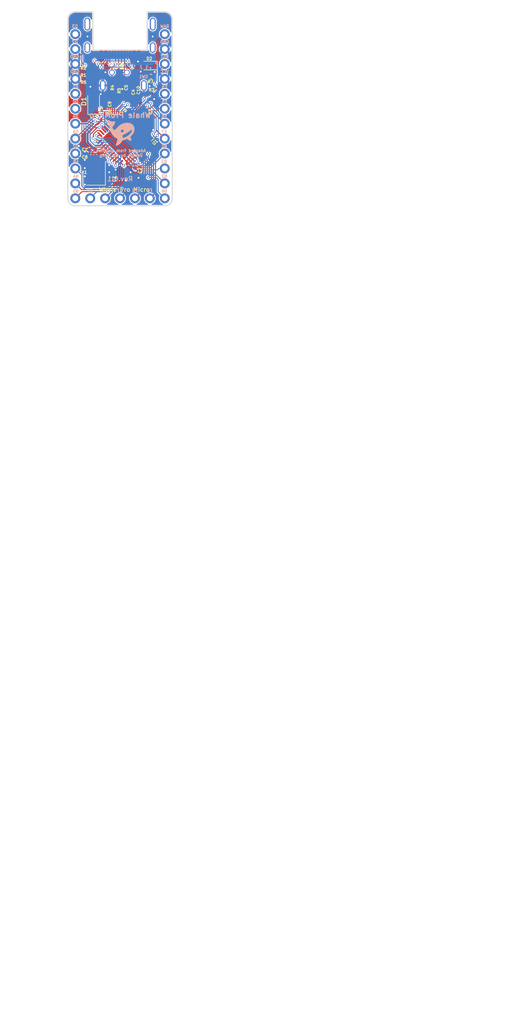
<source format=kicad_pcb>
(kicad_pcb (version 20211014) (generator pcbnew)
  (title_block (title "Whale") (date "2022-05-15") (rev "0.1"))
  (layers (0 "F.Cu" signal) (31 "B.Cu" signal) (34 "B.Paste" user) (35 "F.Paste" user) (36 "B.SilkS" user "B.Silkscreen") (37 "F.SilkS" user "F.Silkscreen") (38 "B.Mask" user) (39 "F.Mask" user) (44 "Edge.Cuts" user))
  (net 0 "")
  (net 1 "VCC")
  (net 2 "GND")
  (net 3 "Net-(C8-Pad1)")
  (net 4 "Net-(C9-Pad1)")
  (net 5 "CC1")
  (net 6 "CC2")
  (net 7 "/RESET")
  (net 8 "/PF4")
  (net 9 "/PF5")
  (net 10 "/PF6")
  (net 11 "/PF7")
  (net 12 "/PB1")
  (net 13 "/PB3")
  (net 14 "/PB2")
  (net 15 "/PB6")
  (net 16 "/PB5")
  (net 17 "/PB4")
  (net 18 "/PE6")
  (net 19 "/PD7")
  (net 20 "/PC6")
  (net 21 "/PD4")
  (net 22 "/PD0")
  (net 23 "/PD1")
  (net 24 "/PD2")
  (net 25 "/PD3")
  (net 26 "/PF1")
  (net 27 "/PF0")
  (net 28 "/PC7")
  (net 29 "/PB7")
  (net 30 "/D-")
  (net 31 "/D+")
  (net 32 "Net-(C7-Pad1)")
  (net 33 "Net-(R4-Pad1)")
  (net 34 "Net-(R5-Pad1)")
  (net 35 "Net-(C10-Pad1)")
  (net 36 "VBUS")
  (net 37 "/PD5")
  (net 38 "Net-(U1-Pad8)")
  (net 39 "Net-(U1-Pad26)")
  (net 40 "LED")
  (footprint "Capacitor_SMD:C_0402_1005Metric" (layer "F.Cu") (at 30.75 47.533554)
    (fp_text reference "C8")
    (fp_text value "22p")
  )
  (footprint "Capacitor_SMD:C_0402_1005Metric" (layer "F.Cu") (at 33.75 51.333554 90)
    (fp_text reference "C7")
    (fp_text value "22p")
  )
  (footprint "Crystal:Crystal_SMD_SeikoEpson_FA238-4Pin_3.2x2.5mm" (layer "F.Cu") (at 31.35 50.333554 90)
    (fp_text reference "X1")
    (fp_text value "16MHz")
  )
  (footprint "Resistor_SMD:R_0402_1005Metric" (layer "F.Cu") (at 34.1 37.183554 90)
    (fp_text reference "R4")
    (fp_text value "22")
  )
  (footprint "Resistor_SMD:R_0402_1005Metric" (layer "F.Cu") (at 35.3 37.833554 90)
    (fp_text reference "R5")
    (fp_text value "22")
  )
  (footprint "Resistor_SMD:R_0402_1005Metric" (layer "F.Cu") (at 30.6 34.833554)
    (fp_text reference "R6")
    (fp_text value "10k")
  )
  (footprint "Capacitor_SMD:C_0402_1005Metric" (layer "F.Cu") (at 32.9 37.433554 90)
    (fp_text reference "C9")
    (fp_text value "1u")
  )
  (footprint "Capacitor_SMD:C_0402_1005Metric" (layer "F.Cu") (at 37.7 38.083554 90)
    (fp_text reference "C4")
    (fp_text value "0u1")
  )
  (footprint "Diode_SMD:D_PowerDI-123" (layer "F.Cu") (at 30.95 38.083554 90)
    (fp_text reference "D1")
    (fp_text value "D_Schottky")
  )
  (footprint "Capacitor_SMD:C_0402_1005Metric" (layer "F.Cu") (at 32.85 39.633554 90)
    (fp_text reference "C6")
    (fp_text value "4u7")
  )
  (footprint "Resistor_SMD:R_0402_1005Metric" (layer "F.Cu") (at 40.55 36.933554)
    (fp_text reference "R3")
    (fp_text value "10k")
  )
  (footprint "usb-type-c:16p-mid-mount-1.6mm" (layer "F.Cu") (at 35.45 22.823554 180)
    (fp_text reference "J1")
    (fp_text value "USB-C")
  )
  (footprint "pins:Pins5" (layer "F.Cu") (at 40.53 54.573554 -90)
    (fp_text reference "J5" hide)
    (fp_text value "01x05" hide)
  )
  (footprint "pins:Pins2" (layer "F.Cu") (at 34.07 33.16 90)
    (fp_text reference "J2" hide)
    (fp_text value "01x02" hide)
  )
  (footprint "pins:Pins12" (layer "F.Cu") (at 27.83 54.573554 180)
    (fp_text reference "J4" hide)
    (fp_text value "01x12" hide)
  )
  (footprint "pins:Pins12" (layer "F.Cu") (at 43.07 26.633554)
    (fp_text reference "J3" hide)
    (fp_text value "01x12" hide)
  )
  (footprint "Resistor_SMD:R_0402_1005Metric" (layer "F.Cu") (at 30.6 32.433554)
    (fp_text reference "R2")
    (fp_text value "5k1")
  )
  (footprint "Resistor_SMD:R_0402_1005Metric" (layer "F.Cu") (at 30.6 33.633554)
    (fp_text reference "R1")
    (fp_text value "5k1")
  )
  (footprint "Package_DFN_QFN:QFN-44-1EP_7x7mm_P0.5mm_EP5.2x5.2mm" (layer "F.Cu") (at 36.15 44.333554 -45)
    (fp_text reference "U1")
    (fp_text value "ATmega32U4")
  )
  (footprint "Capacitor_SMD:C_0402_1005Metric" (layer "F.Cu") (at 36.5 37.233554 90)
    (fp_text reference "C5")
    (fp_text value "0u1")
  )
  (footprint "Capacitor_SMD:C_0402_1005Metric" (layer "F.Cu") (at 40.65 41.433554 -90)
    (fp_text reference "C3")
    (fp_text value "0u1")
  )
  (footprint "Capacitor_SMD:C_0402_1005Metric" (layer "F.Cu") (at 38 49.883554 -90)
    (fp_text reference "C2")
    (fp_text value "0u1")
  )
  (footprint "Capacitor_SMD:C_0402_1005Metric" (layer "F.Cu") (at 30.75 46.333554 180)
    (fp_text reference "C1")
    (fp_text value "0u1")
  )
  (footprint "Capacitor_SMD:C_0402_1005Metric" (layer "F.Cu") (at 38.9 37.883554 90)
    (fp_text reference "C10")
    (fp_text value "0u1")
  )
  (footprint "" (layer "F.Cu") (at 32.51 35.363554)
    (fp_text reference "")
    (fp_text value "")
  )
  (footprint "Resistor_SMD:R_0402_1005Metric" (layer "F.Cu") (at 40.72 33.86 180)
    (fp_text reference "R7")
    (fp_text value " ")
  )
  (footprint "LED_SMD:LED_0603_1608Metric" (layer "F.Cu") (at 40.3 31.98 180)
    (fp_text reference "D2")
    (fp_text value " ")
  )
  (footprint "" (layer "F.Cu") (at 39.36 35.363554)
    (fp_text reference "")
    (fp_text value "")
  )
  (footprint "fish:logo" (layer "F.Cu") (at 35.77 43.183554)
    (fp_text reference "Whale ProMicro")
    (fp_text value "LOGO" hide)
  )
  (gr_line (start 30.83 22.823554) (end 30.83 29.343554) (layer "Edge.Cuts") (width 0.15))
  (gr_line (start 27.83 55.843554) (end 43.07 55.843554) (layer "Edge.Cuts") (width 0.15))
  (gr_arc (start 27.83 55.843554) (mid 26.931991 55.471577) (end 26.56 54.573554) (layer "Edge.Cuts") (width 0.15))
  (gr_line (start 26.56 24.093554) (end 26.56 54.573554) (layer "Edge.Cuts") (width 0.15))
  (gr_line (start 30.83 29.343554) (end 40.08 29.343554) (layer "Edge.Cuts") (width 0.15))
  (gr_line (start 27.83 22.823554) (end 30.83 22.823554) (layer "Edge.Cuts") (width 0.15))
  (gr_line (start 40.07 22.823554) (end 43.07 22.823554) (layer "Edge.Cuts") (width 0.15))
  (gr_arc (start 44.34 54.573554) (mid 43.968042 55.471609) (end 43.07 55.843554) (layer "Edge.Cuts") (width 0.15))
  (gr_line (start 40.08 29.343554) (end 40.07 22.823554) (layer "Edge.Cuts") (width 0.15))
  (gr_arc (start 43.07 22.823554) (mid 43.968042 23.195526) (end 44.34 24.093554) (layer "Edge.Cuts") (width 0.15))
  (gr_line (start 44.34 54.573554) (end 44.34 24.093554) (layer "Edge.Cuts") (width 0.15))
  (gr_arc (start 26.56 24.093554) (mid 26.931991 23.195558) (end 27.83 22.823554) (layer "Edge.Cuts") (width 0.15))
  (gr_text "F0" (at 38 53.213554) (layer "B.SilkS") (effects (font (size 0.5 0.5) (thickness 0.125)) (justify mirror)))
  (gr_text "E6" (at 27.91 48.233554) (layer "B.SilkS") (effects (font (size 0.5 0.5) (thickness 0.125)) (justify mirror)))
  (gr_text "B5" (at 27.35 53.343554) (layer "B.SilkS") (effects (font (size 0.5 0.5) (thickness 0.125)) (justify right mirror)))
  (gr_text "B2" (at 42.99 50.833554) (layer "B.SilkS") (effects (font (size 0.5 0.5) (thickness 0.125)) (justify mirror)))
  (gr_text "B3" (at 42.98 48.293554) (layer "B.SilkS") (effects (font (size 0.5 0.5) (thickness 0.125)) (justify mirror)))
  (gr_text "D1" (at 27.87 35.533554) (layer "B.SilkS") (effects (font (size 0.5 0.5) (thickness 0.125)) (justify mirror)))
  (gr_text "D2" (at 28.34 27.933554) (layer "B.SilkS") (effects (font (size 0.5 0.5) (thickness 0.125)) (justify left mirror)))
  (gr_text "D4" (at 27.88 40.593554) (layer "B.SilkS") (effects (font (size 0.5 0.5) (thickness 0.125)) (justify mirror)))
  (gr_text "D7" (at 27.89 45.723554) (layer "B.SilkS") (effects (font (size 0.5 0.5) (thickness 0.125)) (justify mirror)))
  (gr_text "D0" (at 27.89 38.073554) (layer "B.SilkS") (effects (font (size 0.5 0.5) (thickness 0.125)) (justify mirror)))
  (gr_text "D+" (at 34.01 31.73) (layer "B.SilkS") (effects (font (size 0.8 0.8)) (justify mirror)))
  (gr_text "GND" (at 43.92 27.943554) (layer "B.SilkS") (effects (font (size 0.5 0.5) (thickness 0.125)) (justify left mirror)))
  (gr_text "RST" (at 43.06 30.483554) (layer "B.SilkS") (effects (font (size 0.5 0.5) (thickness 0.125)) (justify mirror)))
  (gr_text "C6" (at 27.9 43.243554) (layer "B.SilkS") (effects (font (size 0.5 0.5) (thickness 0.125)) (justify mirror)))
  (gr_text "VCC" (at 43.04 33.033554) (layer "B.SilkS") (effects (font (size 0.5 0.5) (thickness 0.125)) (justify mirror)))
  (gr_text "F4" (at 43.03 35.543554) (layer "B.SilkS") (effects (font (size 0.5 0.5) (thickness 0.125)) (justify mirror)))
  (gr_text "Rev.0.1" (at 35.45 51.271554) (layer "B.SilkS") (effects (font (size 0.8 0.8)) (justify mirror)))
  (gr_text "F5" (at 43.03 38.093554) (layer "B.SilkS") (effects (font (size 0.5 0.5) (thickness 0.125)) (justify mirror)))
  (gr_text "F6" (at 42.98 40.643554) (layer "B.SilkS") (effects (font (size 0.5 0.5) (thickness 0.125)) (justify mirror)))
  (gr_text "F7" (at 42.96 43.253554) (layer "B.SilkS") (effects (font (size 0.5 0.5) (thickness 0.125)) (justify mirror)))
  (gr_text "B1" (at 42.97 45.683554) (layer "B.SilkS") (effects (font (size 0.5 0.5) (thickness 0.125)) (justify mirror)))
  (gr_text "D-" (at 36.46 31.75) (layer "B.SilkS") (effects (font (size 0.8 0.8)) (justify mirror)))
  (gr_text "C7" (at 35.45 53.253554) (layer "B.SilkS") (effects (font (size 0.5 0.5) (thickness 0.125)) (justify mirror)))
  (gr_text "D3" (at 27.77 25.293554) (layer "B.SilkS") (effects (font (size 0.5 0.5) (thickness 0.125)) (justify mirror)))
  (gr_text "B4" (at 27.92 50.823554) (layer "B.SilkS") (effects (font (size 0.5 0.5) (thickness 0.125)) (justify mirror)))
  (gr_text "B6" (at 43.55 53.333554) (layer "B.SilkS") (effects (font (size 0.5 0.5) (thickness 0.125)) (justify left mirror)))
  (gr_text "F1" (at 40.48 53.203554) (layer "B.SilkS") (effects (font (size 0.5 0.5) (thickness 0.125)) (justify mirror)))
  (gr_text "D6" (at 32.91 53.283554) (layer "B.SilkS") (effects (font (size 0.5 0.5) (thickness 0.125)) (justify mirror)))
  (gr_text "B7" (at 30.28 53.313554) (layer "B.SilkS") (effects (font (size 0.5 0.5) (thickness 0.125)) (justify mirror)))
  (gr_text "GND" (at 28.59 32.993554) (layer "B.SilkS") (effects (font (size 0.5 0.5) (thickness 0.125)) (justify left mirror)))
  (gr_text "SW1" (at 39.46 33.87) (layer "B.SilkS") (effects (font (size 0.5 0.5) (thickness 0.125)) (justify mirror)))
  (gr_text "Adapted from Goldfish\nDesigh by Jia Geng" (at 35.62 46.863554) (layer "B.SilkS") (effects (font (size 0.5 0.5) (thickness 0.125)) (justify mirror)))
  (gr_text "RAW" (at 43.05 25.303554) (layer "B.SilkS") (effects (font (size 0.5 0.5) (thickness 0.125)) (justify mirror)))
  (gr_text "GND" (at 28.55 30.463554) (layer "B.SilkS") (effects (font (size 0.5 0.5) (thickness 0.125)) (justify left mirror)))
  (gr_text "Whale Pro Micro" (at 36.18 53.083554) (layer "F.SilkS") (effects (font (size 0.7 0.7) (thickness 0.125))))
  (segment (start 31.5 41.933554) (end 31.65 41.933554) (width 0.31) (layer "F.Cu") (net 1))
  (segment (start 37.721573 48.733554) (end 37.104594 48.116575) (width 0.16) (layer "F.Cu") (net 1))
  (segment (start 36.35 39.783554) (end 36.65 39.483554) (width 0.16) (layer "F.Cu") (net 1))
  (segment (start 40.8 43.219088) (end 40.814466 43.219088) (width 0.16) (layer "F.Cu") (net 1))
  (segment (start 38 49.011981) (end 37.721573 48.733554) (width 0.16) (layer "F.Cu") (net 1))
  (segment (start 36.5 39.945938) (end 36.5 39.933554) (width 0.16) (layer "F.Cu") (net 1))
  (segment (start 32.02868 46.333554) (end 31.235 46.333554) (width 0.16) (layer "F.Cu") (net 1))
  (segment (start 29.95 45.033554) (end 31.235 46.318554) (width 0.31) (layer "F.Cu") (net 1))
  (segment (start 32.720532 45.641702) (end 32.02868 46.333554) (width 0.16) (layer "F.Cu") (net 1))
  (segment (start 41.035 36.933554) (end 41.035 37.468554) (width 0.16) (layer "F.Cu") (net 1))
  (segment (start 36.35 39.783554) (end 36.751041 40.196979) (width 0.16) (layer "F.Cu") (net 1))
  (segment (start 36.35 39.783554) (end 36.5 39.945938) (width 0.16) (layer "F.Cu") (net 1))
  (segment (start 41.25 42.783554) (end 41.25 41.533554) (width 0.16) (layer "F.Cu") (net 1))
  (segment (start 36.65 39.483554) (end 37.2 39.483554) (width 0.16) (layer "F.Cu") (net 1))
  (segment (start 41.035 37.468554) (end 41.25 37.683554) (width 0.16) (layer "F.Cu") (net 1))
  (segment (start 40.8 43.219088) (end 40.286575 43.732513) (width 0.16) (layer "F.Cu") (net 1))
  (segment (start 41.4605 35.1) (end 41.4605 34.2105) (width 0.16) (layer "F.Cu") (net 1))
  (segment (start 40.814466 43.219088) (end 41.1 42.933554) (width 0.16) (layer "F.Cu") (net 1))
  (segment (start 36.5 39.933554) (end 36.3 39.733554) (width 0.16) (layer "F.Cu") (net 1))
  (segment (start 38 49.398554) (end 38 49.011981) (width 0.16) (layer "F.Cu") (net 1))
  (segment (start 36.35 39.783554) (end 36.5 39.933554) (width 0.16) (layer "F.Cu") (net 1))
  (segment (start 36.5 39.945938) (end 36.3 39.733554) (width 0.16) (layer "F.Cu") (net 1))
  (segment (start 41.1 42.933554) (end 41.25 42.783554) (width 0.16) (layer "F.Cu") (net 1))
  (segment (start 37.7 38.983554) (end 37.7 38.568554) (width 0.16) (layer "F.Cu") (net 1))
  (segment (start 31.45 41.983554) (end 31.5 41.933554) (width 0.31) (layer "F.Cu") (net 1))
  (segment (start 29.95 43.483554) (end 29.95 45.033554) (width 0.31) (layer "F.Cu") (net 1))
  (segment (start 31.65 41.933554) (end 32.2 41.383554) (width 0.31) (layer "F.Cu") (net 1))
  (segment (start 37.2 39.483554) (end 37.7 38.983554) (width 0.16) (layer "F.Cu") (net 1))
  (segment (start 31.45 41.983554) (end 29.95 43.483554) (width 0.31) (layer "F.Cu") (net 1))
  (segment (start 41.4605 34.2105) (end 41.24 33.99) (width 0.16) (layer "F.Cu") (net 1))
  (segment (start 32.25 41.333554) (end 32.25 40.683554) (width 0.31) (layer "F.Cu") (net 1))
  (segment (start 38.7 48.733554) (end 38.9 48.533554) (width 0.16) (layer "F.Cu") (net 1))
  (segment (start 41.25 41.533554) (end 40.665 40.948554) (width 0.16) (layer "F.Cu") (net 1))
  (segment (start 30.95 39.383554) (end 32.25 40.683554) (width 0.31) (layer "F.Cu") (net 1))
  (segment (start 32.2 41.383554) (end 32.25 41.333554) (width 0.31) (layer "F.Cu") (net 1))
  (segment (start 38.7 48.733554) (end 37.721573 48.733554) (width 0.16) (layer "F.Cu") (net 1))
  (via (at 38.9 48.533554) (size 0.5) (drill 0.3) (layers "F.Cu" "B.Cu") (net 1))
  (via (at 41.25 37.683554) (size 0.5) (drill 0.3) (layers "F.Cu" "B.Cu") (net 1))
  (via (at 41.1 42.933554) (size 0.5) (drill 0.3) (layers "F.Cu" "B.Cu") (net 1))
  (via (at 41.4605 35.1) (size 0.5) (drill 0.3) (layers "F.Cu" "B.Cu") (net 1))
  (via (at 36.35 39.783554) (size 0.5) (drill 0.3) (layers "F.Cu" "B.Cu") (net 1))
  (via (at 32.25 40.683554) (size 0.5) (drill 0.3) (layers "F.Cu" "B.Cu") (net 1))
  (segment (start 38.35 39.783554) (end 40.45 37.683554) (width 0.31) (layer "B.Cu") (net 1))
  (segment (start 35.45 40.683554) (end 36.35 39.783554) (width 0.31) (layer "B.Cu") (net 1))
  (segment (start 39.7 47.883554) (end 39.7 44.233554) (width 0.31) (layer "B.Cu") (net 1))
  (segment (start 41.9 36.233554) (end 41.9 35.423554) (width 0.31) (layer "B.Cu") (net 1))
  (segment (start 39.7 44.233554) (end 41 42.933554) (width 0.31) (layer "B.Cu") (net 1))
  (segment (start 38.9 48.533554) (end 39.05 48.533554) (width 0.31) (layer "B.Cu") (net 1))
  (segment (start 41.784054 35.423554) (end 41.9 35.423554) (width 0.16) (layer "B.Cu") (net 1))
  (segment (start 41 42.933554) (end 41.1 42.933554) (width 0.31) (layer "B.Cu") (net 1))
  (segment (start 40.45 37.683554) (end 41.9 36.233554) (width 0.31) (layer "B.Cu") (net 1))
  (segment (start 36.35 39.783554) (end 39.5 42.933554) (width 0.31) (layer "B.Cu") (net 1))
  (segment (start 39.5 42.933554) (end 41.1 42.933554) (width 0.31) (layer "B.Cu") (net 1))
  (segment (start 39.05 48.533554) (end 39.7 47.883554) (width 0.31) (layer "B.Cu") (net 1))
  (segment (start 36.35 39.783554) (end 38.35 39.783554) (width 0.31) (layer "B.Cu") (net 1))
  (segment (start 41.25 37.683554) (end 40.45 37.683554) (width 0.16) (layer "B.Cu") (net 1))
  (segment (start 32.25 40.683554) (end 35.45 40.683554) (width 0.31) (layer "B.Cu") (net 1))
  (segment (start 41.9 35.423554) (end 43.07 34.253554) (width 0.31) (layer "B.Cu") (net 1))
  (segment (start 41.4605 35.1) (end 41.784054 35.423554) (width 0.16) (layer "B.Cu") (net 1))
  (segment (start 38.215 37.598554) (end 38.3 37.683554) (width 0.16) (layer "F.Cu") (net 2))
  (segment (start 30.55 51.433554) (end 29.75 51.433554) (width 0.16) (layer "F.Cu") (net 2))
  (segment (start 37.6 39.583554) (end 38.3 38.883554) (width 0.16) (layer "F.Cu") (net 2))
  (segment (start 36.5 36.748554) (end 36.5 36.64) (width 0.16) (layer "F.Cu") (net 2))
  (segment (start 37.4 49.783554) (end 37.985 50.368554) (width 0.16) (layer "F.Cu") (net 2))
  (segment (start 32.3 36.983554) (end 32.15 36.833554) (width 0.16) (layer "F.Cu") (net 2))
  (segment (start 37.7 37.083554) (end 37.7 37.598554) (width 0.16) (layer "F.Cu") (net 2))
  (segment (start 38.65 30.023554) (end 39.448223 30.821777) (width 0.16) (layer "F.Cu") (net 2))
  (segment (start 37.104594 40.550533) (end 37.6 40.055127) (width 0.16) (layer "F.Cu") (net 2))
  (segment (start 36.5 36.64) (end 35.83 35.97) (width 0.16) (layer "F.Cu") (net 2))
  (segment (start 30.75 50.333554) (end 30.55 50.533554) (width 0.16) (layer "F.Cu") (net 2))
  (segment (start 36.5 36.748554) (end 37.365 36.748554) (width 0.16) (layer "F.Cu") (net 2))
  (segment (start 38.385 37.398554) (end 38.9 37.398554) (width 0.16) (layer "F.Cu") (net 2))
  (segment (start 30.6 52.383554) (end 30.55 52.333554) (width 0.16) (layer "F.Cu") (net 2))
  (segment (start 34.735787 44.333554) (end 33.074086 45.995255) (width 0.16) (layer "F.Cu") (net 2))
  (segment (start 32 47.533554) (end 31.235 47.533554) (width 0.16) (layer "F.Cu") (net 2))
  (segment (start 32.9 36.948554) (end 32.265 36.948554) (width 0.16) (layer "F.Cu") (net 2))
  (segment (start 34.4 52.383554) (end 30.6 52.383554) (width 0.16) (layer "F.Cu") (net 2))
  (segment (start 34.6 52.183554) (end 34.4 52.383554) (width 0.16) (layer "F.Cu") (net 2))
  (segment (start 33.8 41.276447) (end 33.8 38.283554) (width 0.16) (layer "F.Cu") (net 2))
  (segment (start 38.978427 44.333554) (end 39.933021 43.37896) (width 0.16) (layer "F.Cu") (net 2))
  (segment (start 30.115 33.633554) (end 30.115 34.833554) (width 0.16) (layer "F.Cu") (net 2))
  (segment (start 29.35 32.483554) (end 29.4 32.433554) (width 0.16) (layer "F.Cu") (net 2))
  (segment (start 33.5 37.033554) (end 33.415 36.948554) (width 0.16) (layer "F.Cu") (net 2))
  (segment (start 30.35 46.933554) (end 31.15 46.933554) (width 0.16) (layer "F.Cu") (net 2))
  (segment (start 30.265 46.848554) (end 30.35 46.933554) (width 0.16) (layer "F.Cu") (net 2))
  (segment (start 31.01 30.023554) (end 30.115 30.918554) (width 0.16) (layer "F.Cu") (net 2))
  (segment (start 32.464 38.633554) (end 32.26952 38.439074) (width 0.16) (layer "F.Cu") (net 2))
  (segment (start 37.7 37.598554) (end 38.215 37.598554) (width 0.16) (layer "F.Cu") (net 2))
  (segment (start 34.134746 41.611193) (end 36.15 43.626447) (width 0.16) (layer "F.Cu") (net 2))
  (segment (start 33.5 37.983554) (end 33.5 37.033554) (width 0.16) (layer "F.Cu") (net 2))
  (segment (start 37.365 36.748554) (end 37.7 37.083554) (width 0.16) (layer "F.Cu") (net 2))
  (segment (start 30.115 30.918554) (end 30.115 32.433554) (width 0.16) (layer "F.Cu") (net 2))
  (segment (start 41.0675 32.37) (end 41.0675 31.176054) (width 0.16) (layer "F.Cu") (net 2))
  (segment (start 32.15 50.133554) (end 31.95 50.333554) (width 0.16) (layer "F.Cu") (net 2))
  (segment (start 32.26952 36.953074) (end 32.15 36.833554) (width 0.16) (layer "F.Cu") (net 2))
  (segment (start 38.3 38.883554) (end 38.3 37.683554) (width 0.16) (layer "F.Cu") (net 2))
  (segment (start 36.751041 48.470129) (end 36.15 47.869088) (width 0.16) (layer "F.Cu") (net 2))
  (segment (start 32.15 46.919341) (end 32.15 47.383554) (width 0.16) (layer "F.Cu") (net 2))
  (segment (start 29.4 32.433554) (end 30.115 32.433554) (width 0.16) (layer "F.Cu") (net 2))
  (segment (start 31.95 50.333554) (end 30.75 50.333554) (width 0.16) (layer "F.Cu") (net 2))
  (segment (start 41.0675 31.176054) (end 41.421777 30.821777) (width 0.16) (layer "F.Cu") (net 2))
  (segment (start 32.85 39.148554) (end 32.85 38.633554) (width 0.16) (layer "F.Cu") (net 2))
  (segment (start 38.3 37.683554) (end 38.3 37.483554) (width 0.16) (layer "F.Cu") (net 2))
  (segment (start 37.104594 40.550533) (end 36.15 41.505127) (width 0.16) (layer "F.Cu") (net 2))
  (segment (start 30.115 32.433554) (end 30.115 33.633554) (width 0.16) (layer "F.Cu") (net 2))
  (segment (start 32.265 36.948554) (end 32.15 36.833554) (width 0.16) (layer "F.Cu") (net 2))
  (segment (start 38.3 37.483554) (end 38.385 37.398554) (width 0.16) (layer "F.Cu") (net 2))
  (segment (start 40.65 41.918554) (end 40.65 42.661981) (width 0.16) (layer "F.Cu") (net 2))
  (segment (start 30.55 52.333554) (end 30.55 51.433554) (width 0.16) (layer "F.Cu") (net 2))
  (segment (start 33.415 36.948554) (end 32.9 36.948554) (width 0.16) (layer "F.Cu") (net 2))
  (segment (start 39.685534 44.333554) (end 40.286575 44.934595) (width 0.16) (layer "F.Cu") (net 2))
  (segment (start 39.448223 30.821777) (end 41.421777 30.821777) (width 0.16) (layer "F.Cu") (net 2))
  (segment (start 32.26952 38.439074) (end 32.26952 36.953074) (width 0.16) (layer "F.Cu") (net 2))
  (segment (start 40.65 42.661981) (end 39.933021 43.37896) (width 0.16) (layer "F.Cu") (net 2))
  (segment (start 37.6 40.055127) (end 37.6 39.583554) (width 0.16) (layer "F.Cu") (net 2))
  (segment (start 37.4 49.119088) (end 36.751041 48.470129) (width 0.16) (layer "F.Cu") (net 2))
  (segment (start 31.15 46.933554) (end 31.235 47.018554) (width 0.16) (layer "F.Cu") (net 2))
  (segment (start 33.8 38.283554) (end 33.5 37.983554) (width 0.16) (layer "F.Cu") (net 2))
  (segment (start 32.15 47.383554) (end 32 47.533554) (width 0.16) (layer "F.Cu") (net 2))
  (segment (start 28.6 32.483554) (end 29.35 32.483554) (width 0.16) (layer "F.Cu") (net 2))
  (segment (start 28.6 33.483554) (end 28.6 32.483554) (width 0.16) (layer "F.Cu") (net 2))
  (segment (start 31.235 47.018554) (end 31.235 47.533554) (width 0.16) (layer "F.Cu") (net 2))
  (segment (start 32.25 30.023554) (end 31.01 30.023554) (width 0.16) (layer "F.Cu") (net 2))
  (segment (start 28.6 32.483554) (end 27.83 31.713554) (width 0.16) (layer "F.Cu") (net 2))
  (segment (start 37.4 49.783554) (end 37.4 49.119088) (width 0.16) (layer "F.Cu") (net 2))
  (segment (start 34.134746 41.611193) (end 33.8 41.276447) (width 0.16) (layer "F.Cu") (net 2))
  (segment (start 32.85 38.633554) (end 32.464 38.633554) (width 0.16) (layer "F.Cu") (net 2))
  (segment (start 41.421777 30.821777) (end 43.07 29.173554) (width 0.16) (layer "F.Cu") (net 2))
  (segment (start 30.265 46.333554) (end 30.265 46.848554) (width 0.16) (layer "F.Cu") (net 2))
  (segment (start 33.074086 45.995255) (end 32.15 46.919341) (width 0.16) (layer "F.Cu") (net 2))
  (segment (start 32.15 49.233554) (end 32.15 50.133554) (width 0.16) (layer "F.Cu") (net 2))
  (segment (start 29.7 51.383554) (end 29.75 51.433554) (width 0.16) (layer "F.Cu") (net 2))
  (segment (start 30.55 50.533554) (end 30.55 51.433554) (width 0.16) (layer "F.Cu") (net 2))
  (segment (start 27.83 34.253554) (end 28.6 33.483554) (width 0.16) (layer "F.Cu") (net 2))
  (via (at 34.7 49.683554) (size 0.5) (drill 0.3) (layers "F.Cu" "B.Cu") (net 2))
  (via (at 34.7 51.083554) (size 0.5) (drill 0.3) (layers "F.Cu" "B.Cu") (net 2))
  (via (at 29.45 49.433554) (size 0.5) (drill 0.3) (layers "F.Cu" "B.Cu") (net 2))
  (via (at 29.9 27.033554) (size 0.5) (drill 0.3) (layers "F.Cu" "B.Cu") (net 2))
  (via (at 40.49 35.47) (size 0.5) (drill 0.3) (layers "F.Cu" "B.Cu") (net 2))
  (via (at 38.51 31.3) (size 0.5) (drill 0.3) (layers "F.Cu" "B.Cu") (net 2))
  (via (at 29.45 48.033554) (size 0.5) (drill 0.3) (layers "F.Cu" "B.Cu") (net 2))
  (via (at 36.4 51.533554) (size 0.5) (drill 0.3) (layers "F.Cu" "B.Cu") (net 2))
  (via (at 38.97 33.01) (size 0.5) (drill 0.3) (layers "F.Cu" "B.Cu") (net 2))
  (via (at 41.34 33.07) (size 0.5) (drill 0.3) (layers "F.Cu" "B.Cu") (net 2))
  (via (at 33.6 50.133554) (size 0.5) (drill 0.3) (layers "F.Cu" "B.Cu") (net 2))
  (via (at 29.45 46.633554) (size 0.5) (drill 0.3) (layers "F.Cu" "B.Cu") (net 2))
  (via (at 37.25 50.133554) (size 0.5) (drill 0.3) (layers "F.Cu" "B.Cu") (net 2))
  (via (at 33.6 48.933554) (size 0.5) (drill 0.3) (layers "F.Cu" "B.Cu") (net 2))
  (via (at 29.45 50.833554) (size 0.5) (drill 0.3) (layers "F.Cu" "B.Cu") (net 2))
  (via (at 32.15 36.833554) (size 0.5) (drill 0.3) (layers "F.Cu" "B.Cu") (net 2))
  (via (at 32.96 33.13) (size 0.5) (drill 0.3) (layers "F.Cu" "B.Cu") (net 2))
  (via (at 28.45 45.683554) (size 0.5) (drill 0.3) (layers "F.Cu" "B.Cu") (net 2))
  (via (at 38.6 51.083554) (size 0.5) (drill 0.3) (layers "F.Cu" "B.Cu") (net 2))
  (via (at 35.83 35.97) (size 0.5) (drill 0.3) (layers "F.Cu" "B.Cu") (net 2))
  (via (at 29.45 52.233554) (size 0.5) (drill 0.3) (layers "F.Cu" "B.Cu") (net 2))
  (via (at 30.4 35.583554) (size 0.5) (drill 0.3) (layers "F.Cu" "B.Cu") (net 2))
  (via (at 41 27.033554) (size 0.5) (drill 0.3) (layers "F.Cu" "B.Cu") (net 2))
  (segment (start 31.65 36.833554) (end 30.4 35.583554) (width 0.16) (layer "B.Cu") (net 2))
  (segment (start 35.83 35.97) (end 34.966446 36.833554) (width 0.16) (layer "B.Cu") (net 2))
  (segment (start 32.51 35.363554) (end 30.62 35.363554) (width 0.16) (layer "B.Cu") (net 2))
  (segment (start 34.966446 36.833554) (end 32.15 36.833554) (width 0.16) (layer "B.Cu") (net 2))
  (segment (start 30.62 35.363554) (end 30.4 35.583554) (width 0.16) (layer "B.Cu") (net 2))
  (segment (start 32.15 36.833554) (end 31.65 36.833554) (width 0.16) (layer "B.Cu") (net 2))
  (segment (start 31.5 48.183554) (end 32.25 48.183554) (width 0.16) (layer "F.Cu") (net 3))
  (segment (start 33 46.776447) (end 33.427639 46.348808) (width 0.16) (layer "F.Cu") (net 3))
  (segment (start 32.25 48.183554) (end 32.6 47.833554) (width 0.16) (layer "F.Cu") (net 3))
  (segment (start 32.6 47.833554) (end 32.6 47.233554) (width 0.16) (layer "F.Cu") (net 3))
  (segment (start 30.55 49.133554) (end 31.5 48.183554) (width 0.16) (layer "F.Cu") (net 3))
  (segment (start 32.6 47.233554) (end 33 46.833554) (width 0.16) (layer "F.Cu") (net 3))
  (segment (start 30.265 47.533554) (end 30.265 48.948554) (width 0.16) (layer "F.Cu") (net 3))
  (segment (start 33.45 38.433554) (end 33.45 41.633554) (width 0.16) (layer "F.Cu") (net 4))
  (segment (start 32.935 37.918554) (end 33.45 38.433554) (width 0.16) (layer "F.Cu") (net 4))
  (segment (start 36.73 31.193554) (end 36.7 30.023554) (width 0.16) (layer "F.Cu") (net 5))
  (segment (start 31.12 32.398554) (end 31.12 31.173554) (width 0.16) (layer "F.Cu") (net 5))
  (segment (start 31.085 32.433554) (end 31.1 32.433554) (width 0.16) (layer "F.Cu") (net 5))
  (segment (start 31.085 32.433554) (end 31.12 32.398554) (width 0.16) (layer "F.Cu") (net 5))
  (via (at 31.12 31.173554) (size 0.5) (drill 0.3) (layers "F.Cu" "B.Cu") (net 5))
  (via (at 36.73 31.193554) (size 0.5) (drill 0.3) (layers "F.Cu" "B.Cu") (net 5))
  (segment (start 31.12 31.173554) (end 36.73 31.193554) (width 0.16) (layer "B.Cu") (net 5))
  (segment (start 31.77 32.948554) (end 31.77 31.673554) (width 0.16) (layer "F.Cu") (net 6))
  (segment (start 33.7 31.653554) (end 33.7 30.023554) (width 0.16) (layer "F.Cu") (net 6))
  (segment (start 31.085 33.633554) (end 31.77 32.948554) (width 0.16) (layer "F.Cu") (net 6))
  (segment (start 33.73 31.683554) (end 33.7 31.653554) (width 0.16) (layer "F.Cu") (net 6))
  (via (at 33.73 31.683554) (size 0.5) (drill 0.3) (layers "F.Cu" "B.Cu") (net 6))
  (via (at 31.77 31.673554) (size 0.5) (drill 0.3) (layers "F.Cu" "B.Cu") (net 6))
  (segment (start 31.77 31.673554) (end 32.72 31.683554) (width 0.16) (layer "B.Cu") (net 6))
  (segment (start 32.72 31.683554) (end 33.73 31.683554) (width 0.16) (layer "B.Cu") (net 6))
  (segment (start 39.65 37.633554) (end 39.65 37.383554) (width 0.16) (layer "F.Cu") (net 7))
  (segment (start 30.35 44.783554) (end 30.35 43.733554) (width 0.16) (layer "F.Cu") (net 7))
  (segment (start 32.021573 45.633554) (end 31.2 45.633554) (width 0.16) (layer "F.Cu") (net 7))
  (segment (start 40.065 36.918554) (end 40.65 36.333554) (width 0.16) (layer "F.Cu") (net 7))
  (segment (start 39.65 37.383554) (end 40.065 36.968554) (width 0.16) (layer "F.Cu") (net 7))
  (segment (start 40.065 36.933554) (end 39.52 36.388554) (width 0.16) (layer "F.Cu") (net 7))
  (segment (start 31.2 45.633554) (end 30.35 44.783554) (width 0.16) (layer "F.Cu") (net 7))
  (segment (start 41.2 36.333554) (end 41.95 35.583554) (width 0.16) (layer "F.Cu") (net 7))
  (segment (start 40.65 36.333554) (end 41.2 36.333554) (width 0.16) (layer "F.Cu") (net 7))
  (segment (start 31.55 42.533554) (end 31.9 42.533554) (width 0.16) (layer "F.Cu") (net 7))
  (segment (start 39.52 36.388554) (end 39.52 35.343554) (width 0.16) (layer "F.Cu") (net 7))
  (segment (start 41.95 35.583554) (end 41.95 32.833554) (width 0.16) (layer "F.Cu") (net 7))
  (segment (start 41.95 32.833554) (end 43.07 31.713554) (width 0.16) (layer "F.Cu") (net 7))
  (segment (start 30.35 43.733554) (end 31.55 42.533554) (width 0.16) (layer "F.Cu") (net 7))
  (segment (start 32.366979 45.288148) (end 32.021573 45.633554) (width 0.16) (layer "F.Cu") (net 7))
  (via (at 39.65 37.633554) (size 0.5) (drill 0.3) (layers "F.Cu" "B.Cu") (net 7))
  (via (at 31.9 42.533554) (size 0.5) (drill 0.3) (layers "F.Cu" "B.Cu") (net 7))
  (segment (start 30.7 40.933554) (end 31.45 40.183554) (width 0.16) (layer "B.Cu") (net 7))
  (segment (start 30.9 42.533554) (end 30.7 42.333554) (width 0.16) (layer "B.Cu") (net 7))
  (segment (start 31.7 42.533554) (end 30.9 42.533554) (width 0.16) (layer "B.Cu") (net 7))
  (segment (start 38.25 39.283554) (end 39.65 37.883554) (width 0.16) (layer "B.Cu") (net 7))
  (segment (start 39.65 37.883554) (end 39.65 37.633554) (width 0.16) (layer "B.Cu") (net 7))
  (segment (start 31.45 40.183554) (end 35.2 40.183554) (width 0.16) (layer "B.Cu") (net 7))
  (segment (start 30.7 42.333554) (end 30.7 40.933554) (width 0.16) (layer "B.Cu") (net 7))
  (segment (start 35.2 40.183554) (end 36.1 39.283554) (width 0.16) (layer "B.Cu") (net 7))
  (segment (start 36.1 39.283554) (end 38.25 39.283554) (width 0.16) (layer "B.Cu") (net 7))
  (segment (start 39.85 39.333554) (end 40.53 39.333554) (width 0.16) (layer "F.Cu") (net 8))
  (segment (start 39 40.183554) (end 39 41.483554) (width 0.16) (layer "F.Cu") (net 8))
  (segment (start 40.53 39.333554) (end 43.07 36.793554) (width 0.16) (layer "F.Cu") (net 8))
  (segment (start 39 40.183554) (end 39.85 39.333554) (width 0.16) (layer "F.Cu") (net 8))
  (segment (start 39 41.483554) (end 38.518808 41.964746) (width 0.16) (layer "F.Cu") (net 8))
  (segment (start 42 39.333554) (end 41.65 39.683554) (width 0.16) (layer "F.Cu") (net 9))
  (segment (start 39.35 40.333554) (end 40 39.683554) (width 0.16) (layer "F.Cu") (net 9))
  (segment (start 39.35 40.333554) (end 39.35 41.840661) (width 0.16) (layer "F.Cu") (net 9))
  (segment (start 43.07 39.333554) (end 42 39.333554) (width 0.16) (layer "F.Cu") (net 9))
  (segment (start 41.65 39.683554) (end 40 39.683554) (width 0.16) (layer "F.Cu") (net 9))
  (segment (start 39.35 41.840661) (end 38.872361 42.3183) (width 0.16) (layer "F.Cu") (net 9))
  (segment (start 40.15 40.033554) (end 41.23 40.033554) (width 0.16) (layer "F.Cu") (net 10))
  (segment (start 39.7 40.483554) (end 39.7 42.197767) (width 0.16) (layer "F.Cu") (net 10))
  (segment (start 39.7 42.197767) (end 39.225914 42.671853) (width 0.16) (layer "F.Cu") (net 10))
  (segment (start 41.23 40.033554) (end 43.07 41.873554) (width 0.16) (layer "F.Cu") (net 10))
  (segment (start 39.7 40.483554) (end 40.15 40.033554) (width 0.16) (layer "F.Cu") (net 10))
  (segment (start 40.3 40.383554) (end 41 40.383554) (width 0.16) (layer "F.Cu") (net 11))
  (segment (start 41.6 42.943554) (end 43.07 44.413554) (width 0.16) (layer "F.Cu") (net 11))
  (segment (start 41 40.383554) (end 41.6 40.983554) (width 0.16) (layer "F.Cu") (net 11))
  (segment (start 40.05 40.633554) (end 40.3 40.383554) (width 0.16) (layer "F.Cu") (net 11))
  (segment (start 40.05 40.633554) (end 40.05 42.554874) (width 0.16) (layer "F.Cu") (net 11))
  (segment (start 40.05 42.554874) (end 39.579468 43.025406) (width 0.16) (layer "F.Cu") (net 11))
  (segment (start 41.6 40.983554) (end 41.6 42.943554) (width 0.16) (layer "F.Cu") (net 11))
  (segment (start 32.4 42.704874) (end 32.4 42.083554) (width 0.16) (layer "F.Cu") (net 12))
  (segment (start 32.4 42.083554) (end 32.35 42.033554) (width 0.16) (layer "F.Cu") (net 12))
  (via (at 32.35 42.033554) (size 0.5) (drill 0.3) (layers "F.Cu" "B.Cu") (net 12))
  (segment (start 37.45 47.333554) (end 37.45 48.633554) (width 0.16) (layer "B.Cu") (net 12))
  (segment (start 38.2 49.383554) (end 40.64 49.383554) (width 0.16) (layer "B.Cu") (net 12))
  (segment (start 37.45 48.633554) (end 38.2 49.383554) (width 0.16) (layer "B.Cu") (net 12))
  (segment (start 32.35 42.033554) (end 32.35 42.233554) (width 0.16) (layer "B.Cu") (net 12))
  (segment (start 40.64 49.383554) (end 43.07 46.953554) (width 0.16) (layer "B.Cu") (net 12))
  (segment (start 32.35 42.233554) (end 37.45 47.333554) (width 0.16) (layer "B.Cu") (net 12))
  (segment (start 31.812384 43.933554) (end 32.013425 43.732513) (width 0.16) (layer "F.Cu") (net 13))
  (segment (start 31.4 43.933554) (end 31.812384 43.933554) (width 0.16) (layer "F.Cu") (net 13))
  (via (at 31.4 43.933554) (size 0.5) (drill 0.3) (layers "F.Cu" "B.Cu") (net 13))
  (segment (start 37.1 47.483554) (end 37.1 48.783554) (width 0.16) (layer "B.Cu") (net 13))
  (segment (start 38.05 49.733554) (end 41.8 49.733554) (width 0.16) (layer "B.Cu") (net 13))
  (segment (start 42.04 49.493554) (end 43.07 49.493554) (width 0.16) (layer "B.Cu") (net 13))
  (segment (start 31.8 44.333554) (end 33.95 44.333554) (width 0.16) (layer "B.Cu") (net 13))
  (segment (start 37.1 48.783554) (end 38.05 49.733554) (width 0.16) (layer "B.Cu") (net 13))
  (segment (start 33.95 44.333554) (end 37.1 47.483554) (width 0.16) (layer "B.Cu") (net 13))
  (segment (start 31.4 43.933554) (end 31.8 44.333554) (width 0.16) (layer "B.Cu") (net 13))
  (segment (start 41.8 49.733554) (end 42.04 49.493554) (width 0.16) (layer "B.Cu") (net 13))
  (segment (start 30.9 43.683554) (end 30.9 44.283554) (width 0.16) (layer "F.Cu") (net 14))
  (segment (start 30.9 43.683554) (end 31.55 43.033554) (width 0.16) (layer "F.Cu") (net 14))
  (segment (start 31.55 43.033554) (end 32.021573 43.033554) (width 0.16) (layer "F.Cu") (net 14))
  (segment (start 32.021573 43.033554) (end 32.366979 43.37896) (width 0.16) (layer "F.Cu") (net 14))
  (segment (start 30.9 44.283554) (end 30.85 44.333554) (width 0.16) (layer "F.Cu") (net 14))
  (via (at 30.85 44.333554) (size 0.5) (drill 0.3) (layers "F.Cu" "B.Cu") (net 14))
  (segment (start 30.85 44.333554) (end 30.95 44.433554) (width 0.16) (layer "B.Cu") (net 14))
  (segment (start 36.75 48.933554) (end 36.75 47.633554) (width 0.16) (layer "B.Cu") (net 14))
  (segment (start 41.12 50.083554) (end 37.9 50.083554) (width 0.16) (layer "B.Cu") (net 14))
  (segment (start 30.95 44.433554) (end 31.4 44.433554) (width 0.16) (layer "B.Cu") (net 14))
  (segment (start 43.07 52.033554) (end 41.12 50.083554) (width 0.16) (layer "B.Cu") (net 14))
  (segment (start 33.8 44.683554) (end 31.65 44.683554) (width 0.16) (layer "B.Cu") (net 14))
  (segment (start 37.9 50.083554) (end 36.75 48.933554) (width 0.16) (layer "B.Cu") (net 14))
  (segment (start 31.65 44.683554) (end 31.4 44.433554) (width 0.16) (layer "B.Cu") (net 14))
  (segment (start 36.75 47.633554) (end 33.8 44.683554) (width 0.16) (layer "B.Cu") (net 14))
  (segment (start 40.45 47.883554) (end 39.75 47.183554) (width 0.16) (layer "F.Cu") (net 15))
  (segment (start 39.75 46.519341) (end 39.225914 45.995255) (width 0.16) (layer "F.Cu") (net 15))
  (segment (start 40.45 47.883554) (end 40.45 50.883554) (width 0.16) (layer "F.Cu") (net 15))
  (segment (start 40.45 50.883554) (end 40.3 51.033554) (width 0.16) (layer "F.Cu") (net 15))
  (segment (start 39.75 47.183554) (end 39.75 46.519341) (width 0.16) (layer "F.Cu") (net 15))
  (via (at 40.3 51.033554) (size 0.5) (drill 0.3) (layers "F.Cu" "B.Cu") (net 15))
  (segment (start 41.6 51.033554) (end 41.95 51.383554) (width 0.16) (layer "B.Cu") (net 15))
  (segment (start 41.95 53.453554) (end 43.07 54.573554) (width 0.16) (layer "B.Cu") (net 15))
  (segment (start 40.3 51.033554) (end 41.6 51.033554) (width 0.16) (layer "B.Cu") (net 15))
  (segment (start 41.95 51.383554) (end 41.95 53.453554) (width 0.16) (layer "B.Cu") (net 15))
  (segment (start 39.8 50.783554) (end 40.1 50.483554) (width 0.16) (layer "F.Cu") (net 16))
  (segment (start 38.85 52.733554) (end 39.8 51.783554) (width 0.16) (layer "F.Cu") (net 16))
  (segment (start 27.83 54.573554) (end 28.97 53.433554) (width 0.16) (layer "F.Cu") (net 16))
  (segment (start 36.75 52.733554) (end 38.85 52.733554) (width 0.16) (layer "F.Cu") (net 16))
  (segment (start 28.97 53.433554) (end 36.05 53.433554) (width 0.16) (layer "F.Cu") (net 16))
  (segment (start 40.1 48.033554) (end 39.4 47.333554) (width 0.16) (layer "F.Cu") (net 16))
  (segment (start 39.4 46.876447) (end 38.872361 46.348808) (width 0.16) (layer "F.Cu") (net 16))
  (segment (start 40.1 50.483554) (end 40.1 48.033554) (width 0.16) (layer "F.Cu") (net 16))
  (segment (start 36.05 53.433554) (end 36.75 52.733554) (width 0.16) (layer "F.Cu") (net 16))
  (segment (start 39.8 51.783554) (end 39.8 50.783554) (width 0.16) (layer "F.Cu") (net 16))
  (segment (start 39.4 47.333554) (end 39.4 46.876447) (width 0.16) (layer "F.Cu") (net 16))
  (segment (start 39.75 48.183554) (end 39.75 50.333554) (width 0.16) (layer "F.Cu") (net 17))
  (segment (start 39.05 47.233554) (end 39.05 47.483554) (width 0.16) (layer "F.Cu") (net 17))
  (segment (start 39.45 51.633554) (end 38.7 52.383554) (width 0.16) (layer "F.Cu") (net 17))
  (segment (start 36.6 52.383554) (end 35.9 53.083554) (width 0.16) (layer "F.Cu") (net 17))
  (segment (start 38.518808 46.702362) (end 39.05 47.233554) (width 0.16) (layer "F.Cu") (net 17))
  (segment (start 38.7 52.383554) (end 36.6 52.383554) (width 0.16) (layer "F.Cu") (net 17))
  (segment (start 28.88 53.083554) (end 27.83 52.033554) (width 0.16) (layer "F.Cu") (net 17))
  (segment (start 35.9 53.083554) (end 28.88 53.083554) (width 0.16) (layer "F.Cu") (net 17))
  (segment (start 39.05 47.483554) (end 39.75 48.183554) (width 0.16) (layer "F.Cu") (net 17))
  (segment (start 39.45 50.633554) (end 39.45 51.633554) (width 0.16) (layer "F.Cu") (net 17))
  (segment (start 39.75 50.333554) (end 39.45 50.633554) (width 0.16) (layer "F.Cu") (net 17))
  (segment (start 35.8 39.583554) (end 36.75 38.633554) (width 0.16) (layer "F.Cu") (net 18))
  (segment (start 35.8 39.945938) (end 35.548959 40.196979) (width 0.16) (layer "F.Cu") (net 18))
  (segment (start 35.8 39.633554) (end 35.8 39.945938) (width 0.16) (layer "F.Cu") (net 18))
  (segment (start 35.8 39.633554) (end 35.8 39.583554) (width 0.16) (layer "F.Cu") (net 18))
  (via (at 36.75 38.633554) (size 0.5) (drill 0.3) (layers "F.Cu" "B.Cu") (net 18))
  (segment (start 30.35 40.783554) (end 31.3 39.833554) (width 0.16) (layer "B.Cu") (net 18))
  (segment (start 27.83 49.493554) (end 28.95 50.613554) (width 0.16) (layer "B.Cu") (net 18))
  (segment (start 33.4 53.083554) (end 35.2 51.283554) (width 0.16) (layer "B.Cu") (net 18))
  (segment (start 33.65 45.533554) (end 31.1 45.533554) (width 0.16) (layer "B.Cu") (net 18))
  (segment (start 31.1 45.533554) (end 30.35 44.783554) (width 0.16) (layer "B.Cu") (net 18))
  (segment (start 35.05 39.833554) (end 35.95 38.933554) (width 0.16) (layer "B.Cu") (net 18))
  (segment (start 28.95 50.613554) (end 28.95 52.483554) (width 0.16) (layer "B.Cu") (net 18))
  (segment (start 30.35 44.783554) (end 30.35 40.783554) (width 0.16) (layer "B.Cu") (net 18))
  (segment (start 35.95 38.933554) (end 36.45 38.933554) (width 0.16) (layer "B.Cu") (net 18))
  (segment (start 35.2 51.283554) (end 35.2 47.083554) (width 0.16) (layer "B.Cu") (net 18))
  (segment (start 36.45 38.933554) (end 36.75 38.633554) (width 0.16) (layer "B.Cu") (net 18))
  (segment (start 31.3 39.833554) (end 35.05 39.833554) (width 0.16) (layer "B.Cu") (net 18))
  (segment (start 35.2 47.083554) (end 33.65 45.533554) (width 0.16) (layer "B.Cu") (net 18))
  (segment (start 28.95 52.483554) (end 29.55 53.083554) (width 0.16) (layer "B.Cu") (net 18))
  (segment (start 29.55 53.083554) (end 33.4 53.083554) (width 0.16) (layer "B.Cu") (net 18))
  (segment (start 27.83 46.953554) (end 28.95 48.073554) (width 0.16) (layer "F.Cu") (net 19))
  (segment (start 39.4 50.183554) (end 39.4 48.290661) (width 0.16) (layer "F.Cu") (net 19))
  (segment (start 38.55 52.033554) (end 39.1 51.483554) (width 0.16) (layer "F.Cu") (net 19))
  (segment (start 39.1 50.483554) (end 39.4 50.183554) (width 0.16) (layer "F.Cu") (net 19))
  (segment (start 39.4 48.290661) (end 38.165254 47.055915) (width 0.16) (layer "F.Cu") (net 19))
  (segment (start 28.95 48.073554) (end 28.95 52.483554) (width 0.16) (layer "F.Cu") (net 19))
  (segment (start 35.75 52.733554) (end 36.45 52.033554) (width 0.16) (layer "F.Cu") (net 19))
  (segment (start 28.95 52.483554) (end 29.2 52.733554) (width 0.16) (layer "F.Cu") (net 19))
  (segment (start 36.45 52.033554) (end 38.55 52.033554) (width 0.16) (layer "F.Cu") (net 19))
  (segment (start 29.2 52.733554) (end 35.75 52.733554) (width 0.16) (layer "F.Cu") (net 19))
  (segment (start 39.1 51.483554) (end 39.1 50.483554) (width 0.16) (layer "F.Cu") (net 19))
  (segment (start 31.2 41.433554) (end 30.81 41.433554) (width 0.16) (layer "F.Cu") (net 20))
  (segment (start 40.3 46.362234) (end 39.579468 45.641702) (width 0.16) (layer "F.Cu") (net 20))
  (segment (start 40.3 47.033554) (end 40.3 46.362234) (width 0.16) (layer "F.Cu") (net 20))
  (segment (start 30.81 41.433554) (end 27.83 44.413554) (width 0.16) (layer "F.Cu") (net 20))
  (via (at 31.2 41.433554) (size 0.5) (drill 0.3) (layers "F.Cu" "B.Cu") (net 20))
  (via (at 40.3 47.033554) (size 0.5) (drill 0.3) (layers "F.Cu" "B.Cu") (net 20))
  (segment (start 39.15 49.033554) (end 40.3 47.883554) (width 0.16) (layer "B.Cu") (net 20))
  (segment (start 32.85 41.783554) (end 32.6 41.533554) (width 0.16) (layer "B.Cu") (net 20))
  (segment (start 37.8 47.183554) (end 32.85 42.233554) (width 0.16) (layer "B.Cu") (net 20))
  (segment (start 38.35 49.033554) (end 39.15 49.033554) (width 0.16) (layer "B.Cu") (net 20))
  (segment (start 40.3 47.883554) (end 40.3 47.033554) (width 0.16) (layer "B.Cu") (net 20))
  (segment (start 31.3 41.533554) (end 31.2 41.433554) (width 0.16) (layer "B.Cu") (net 20))
  (segment (start 32.6 41.533554) (end 31.3 41.533554) (width 0.16) (layer "B.Cu") (net 20))
  (segment (start 32.85 42.233554) (end 32.85 41.783554) (width 0.16) (layer "B.Cu") (net 20))
  (segment (start 37.8 48.483554) (end 38.35 49.033554) (width 0.16) (layer "B.Cu") (net 20))
  (segment (start 37.8 47.183554) (end 37.8 48.483554) (width 0.16) (layer "B.Cu") (net 20))
  (segment (start 31.55 40.833554) (end 30.9 40.833554) (width 0.16) (layer "F.Cu") (net 21))
  (segment (start 29.86 41.873554) (end 27.83 41.873554) (width 0.16) (layer "F.Cu") (net 21))
  (segment (start 37.92868 48.233554) (end 37.458148 47.763022) (width 0.16) (layer "F.Cu") (net 21))
  (segment (start 30.9 40.833554) (end 29.86 41.873554) (width 0.16) (layer "F.Cu") (net 21))
  (segment (start 38.3 48.233554) (end 37.92868 48.233554) (width 0.16) (layer "F.Cu") (net 21))
  (via (at 31.55 40.833554) (size 0.5) (drill 0.3) (layers "F.Cu" "B.Cu") (net 21))
  (via (at 38.3 48.233554) (size 0.5) (drill 0.3) (layers "F.Cu" "B.Cu") (net 21))
  (segment (start 38.3 48.233554) (end 38.3 47.183554) (width 0.16) (layer "B.Cu") (net 21))
  (segment (start 31.9 41.183554) (end 32.75 41.183554) (width 0.16) (layer "B.Cu") (net 21))
  (segment (start 33.2 42.083554) (end 38.3 47.183554) (width 0.16) (layer "B.Cu") (net 21))
  (segment (start 32.75 41.183554) (end 33.2 41.633554) (width 0.16) (layer "B.Cu") (net 21))
  (segment (start 31.55 40.833554) (end 31.9 41.183554) (width 0.16) (layer "B.Cu") (net 21))
  (segment (start 33.2 41.633554) (end 33.2 42.083554) (width 0.16) (layer "B.Cu") (net 21))
  (segment (start 33.607107 47.583554) (end 34.134746 47.055915) (width 0.16) (layer "F.Cu") (net 22))
  (segment (start 33.45 47.583554) (end 33.607107 47.583554) (width 0.16) (layer "F.Cu") (net 22))
  (via (at 33.45 47.583554) (size 0.5) (drill 0.3) (layers "F.Cu" "B.Cu") (net 22))
  (segment (start 27.83 39.333554) (end 28.6 40.103554) (width 0.16) (layer "B.Cu") (net 22))
  (segment (start 28.6 40.103554) (end 28.6 41.083554) (width 0.16) (layer "B.Cu") (net 22))
  (segment (start 33.45 47.333554) (end 33.45 47.583554) (width 0.16) (layer "B.Cu") (net 22))
  (segment (start 28.6 41.083554) (end 28.95 41.433554) (width 0.16) (layer "B.Cu") (net 22))
  (segment (start 33.05 46.933554) (end 30.5 46.933554) (width 0.16) (layer "B.Cu") (net 22))
  (segment (start 33.05 46.933554) (end 33.45 47.333554) (width 0.16) (layer "B.Cu") (net 22))
  (segment (start 30.5 46.933554) (end 28.95 45.383554) (width 0.16) (layer "B.Cu") (net 22))
  (segment (start 28.95 45.383554) (end 28.95 41.433554) (width 0.16) (layer "B.Cu") (net 22))
  (segment (start 33.664213 48.233554) (end 34.488299 47.409468) (width 0.16) (layer "F.Cu") (net 23))
  (segment (start 33.6 48.233554) (end 33.664213 48.233554) (width 0.16) (layer "F.Cu") (net 23))
  (via (at 33.6 48.233554) (size 0.5) (drill 0.3) (layers "F.Cu" "B.Cu") (net 23))
  (segment (start 28.6 37.563554) (end 27.83 36.793554) (width 0.16) (layer "B.Cu") (net 23))
  (segment (start 28.6 38.533554) (end 28.6 37.563554) (width 0.16) (layer "B.Cu") (net 23))
  (segment (start 33.6 48.233554) (end 33.95 47.883554) (width 0.16) (layer "B.Cu") (net 23))
  (segment (start 28.95 40.933554) (end 28.95 38.883554) (width 0.16) (layer "B.Cu") (net 23))
  (segment (start 29.3 41.283554) (end 29.3 45.233554) (width 0.16) (layer "B.Cu") (net 23))
  (segment (start 30.65 46.583554) (end 33.2 46.583554) (width 0.16) (layer "B.Cu") (net 23))
  (segment (start 28.95 38.883554) (end 28.6 38.533554) (width 0.16) (layer "B.Cu") (net 23))
  (segment (start 29.3 45.233554) (end 30.65 46.583554) (width 0.16) (layer "B.Cu") (net 23))
  (segment (start 33.95 47.333554) (end 33.2 46.583554) (width 0.16) (layer "B.Cu") (net 23))
  (segment (start 29.3 41.283554) (end 28.95 40.933554) (width 0.16) (layer "B.Cu") (net 23))
  (segment (start 33.95 47.883554) (end 33.95 47.333554) (width 0.16) (layer "B.Cu") (net 23))
  (segment (start 34.2 48.533554) (end 34.2 48.404874) (width 0.16) (layer "F.Cu") (net 24))
  (segment (start 34.2 48.404874) (end 34.841852 47.763022) (width 0.16) (layer "F.Cu") (net 24))
  (via (at 34.2 48.533554) (size 0.5) (drill 0.3) (layers "F.Cu" "B.Cu") (net 24))
  (segment (start 29.3 38.733554) (end 29.3 40.783554) (width 0.16) (layer "B.Cu") (net 24))
  (segment (start 29.65 45.083554) (end 29.65 41.133554) (width 0.16) (layer "B.Cu") (net 24))
  (segment (start 34.3 47.183554) (end 34.3 48.433554) (width 0.16) (layer "B.Cu") (net 24))
  (segment (start 27.83 29.173554) (end 28.95 30.293554) (width 0.16) (layer "B.Cu") (net 24))
  (segment (start 34.3 48.433554) (end 34.2 48.533554) (width 0.16) (layer "B.Cu") (net 24))
  (segment (start 28.95 38.383554) (end 29.3 38.733554) (width 0.16) (layer "B.Cu") (net 24))
  (segment (start 28.95 30.293554) (end 28.95 38.383554) (width 0.16) (layer "B.Cu") (net 24))
  (segment (start 33.35 46.233554) (end 30.8 46.233554) (width 0.16) (layer "B.Cu") (net 24))
  (segment (start 30.8 46.233554) (end 29.65 45.083554) (width 0.16) (layer "B.Cu") (net 24))
  (segment (start 33.35 46.233554) (end 34.3 47.183554) (width 0.16) (layer "B.Cu") (net 24))
  (segment (start 29.3 40.783554) (end 29.65 41.133554) (width 0.16) (layer "B.Cu") (net 24))
  (segment (start 29.45 31.933554) (end 28.95 31.433554) (width 0.16) (layer "F.Cu") (net 25))
  (segment (start 28.95 31.433554) (end 28.95 27.753554) (width 0.16) (layer "F.Cu") (net 25))
  (segment (start 34.7 48.983554) (end 34.7 48.611981) (width 0.16) (layer "F.Cu") (net 25))
  (segment (start 28.95 27.753554) (end 27.83 26.633554) (width 0.16) (layer "F.Cu") (net 25))
  (segment (start 34.7 48.611981) (end 35.195406 48.116575) (width 0.16) (layer "F.Cu") (net 25))
  (via (at 29.45 31.933554) (size 0.5) (drill 0.3) (layers "F.Cu" "B.Cu") (net 25))
  (via (at 34.7 48.983554) (size 0.5) (drill 0.3) (layers "F.Cu" "B.Cu") (net 25))
  (segment (start 30 40.983554) (end 29.65 40.633554) (width 0.16) (layer "B.Cu") (net 25))
  (segment (start 29.65 38.583554) (end 29.3 38.233554) (width 0.16) (layer "B.Cu") (net 25))
  (segment (start 29.3 38.233554) (end 29.3 32.083554) (width 0.16) (layer "B.Cu") (net 25))
  (segment (start 34.7 48.983554) (end 34.7 47.083554) (width 0.16) (layer "B.Cu") (net 25))
  (segment (start 34.7 47.083554) (end 33.5 45.883554) (width 0.16) (layer "B.Cu") (net 25))
  (segment (start 29.3 32.083554) (end 29.45 31.933554) (width 0.16) (layer "B.Cu") (net 25))
  (segment (start 29.65 40.633554) (end 29.65 38.583554) (width 0.16) (layer "B.Cu") (net 25))
  (segment (start 33.5 45.883554) (end 30.95 45.883554) (width 0.16) (layer "B.Cu") (net 25))
  (segment (start 30 44.933554) (end 30 40.983554) (width 0.16) (layer "B.Cu") (net 25))
  (segment (start 30.95 45.883554) (end 30 44.933554) (width 0.16) (layer "B.Cu") (net 25))
  (segment (start 41.15 43.633554) (end 41.15 51.413554) (width 0.16) (layer "F.Cu") (net 26))
  (segment (start 38.65 41.126447) (end 38.165254 41.611193) (width 0.16) (layer "F.Cu") (net 26))
  (segment (start 39.7 38.983554) (end 38.65 40.033554) (width 0.16) (layer "F.Cu") (net 26))
  (segment (start 38.65 40.033554) (end 38.65 41.126447) (width 0.16) (layer "F.Cu") (net 26))
  (segment (start 37.99 54.573554) (end 41.15 51.413554) (width 0.16) (layer "F.Cu") (net 26))
  (segment (start 40.1 38.833554) (end 39.95 38.983554) (width 0.16) (layer "F.Cu") (net 26))
  (segment (start 39.95 38.983554) (end 39.7 38.983554) (width 0.16) (layer "F.Cu") (net 26))
  (via (at 41.15 43.633554) (size 0.5) (drill 0.3) (layers "F.Cu" "B.Cu") (net 26))
  (via (at 40.1 38.833554) (size 0.5) (drill 0.3) (layers "F.Cu" "B.Cu") (net 26))
  (segment (start 41.6 40.333554) (end 41.6 43.183554) (width 0.16) (layer "B.Cu") (net 26))
  (segment (start 41.6 43.183554) (end 41.15 43.633554) (width 0.16) (layer "B.Cu") (net 26))
  (segment (start 40.1 38.833554) (end 41.6 40.333554) (width 0.16) (layer "B.Cu") (net 26))
  (segment (start 37.811701 41.25764) (end 38.3 40.769341) (width 0.16) (layer "F.Cu") (net 27))
  (segment (start 38.3 39.883554) (end 39.85 38.333554) (width 0.16) (layer "F.Cu") (net 27))
  (segment (start 40.55 38.333554) (end 40.65 38.433554) (width 0.16) (layer "F.Cu") (net 27))
  (segment (start 41.5 53.603554) (end 40.53 54.573554) (width 0.16) (layer "F.Cu") (net 27))
  (segment (start 41.8 43.883554) (end 41.5 44.183554) (width 0.16) (layer "F.Cu") (net 27))
  (segment (start 41.5 44.183554) (end 41.5 53.603554) (width 0.16) (layer "F.Cu") (net 27))
  (segment (start 38.3 40.769341) (end 38.3 39.883554) (width 0.16) (layer "F.Cu") (net 27))
  (segment (start 39.85 38.333554) (end 40.55 38.333554) (width 0.16) (layer "F.Cu") (net 27))
  (via (at 41.8 43.883554) (size 0.5) (drill 0.3) (layers "F.Cu" "B.Cu") (net 27))
  (via (at 40.65 38.433554) (size 0.5) (drill 0.3) (layers "F.Cu" "B.Cu") (net 27))
  (segment (start 41.95 40.183554) (end 41.95 43.733554) (width 0.16) (layer "B.Cu") (net 27))
  (segment (start 40.65 38.883554) (end 41.95 40.183554) (width 0.16) (layer "B.Cu") (net 27))
  (segment (start 41.95 43.733554) (end 41.8 43.883554) (width 0.16) (layer "B.Cu") (net 27))
  (segment (start 40.65 38.433554) (end 40.65 38.883554) (width 0.16) (layer "B.Cu") (net 27))
  (segment (start 39 53.083554) (end 40.8 51.283554) (width 0.16) (layer "F.Cu") (net 28))
  (segment (start 40.8 51.283554) (end 40.8 46.155127) (width 0.16) (layer "F.Cu") (net 28))
  (segment (start 36.94 53.083554) (end 39 53.083554) (width 0.16) (layer "F.Cu") (net 28))
  (segment (start 35.45 54.573554) (end 36.94 53.083554) (width 0.16) (layer "F.Cu") (net 28))
  (segment (start 40.8 46.155127) (end 39.933021 45.288148) (width 0.16) (layer "F.Cu") (net 28))
  (segment (start 31.762384 44.683554) (end 32.013425 44.934595) (width 0.16) (layer "F.Cu") (net 29))
  (segment (start 31.762384 44.683554) (end 31.45 44.683554) (width 0.16) (layer "F.Cu") (net 29))
  (segment (start 31.45 44.683554) (end 31.2 44.933554) (width 0.16) (layer "F.Cu") (net 29))
  (via (at 31.2 44.933554) (size 0.5) (drill 0.3) (layers "F.Cu" "B.Cu") (net 29))
  (segment (start 31.2 44.933554) (end 31.4 44.933554) (width 0.16) (layer "B.Cu") (net 29))
  (segment (start 31.5 45.033554) (end 33.65 45.033554) (width 0.16) (layer "B.Cu") (net 29))
  (segment (start 33.65 45.033554) (end 35.55 46.933554) (width 0.16) (layer "B.Cu") (net 29))
  (segment (start 35.55 51.433554) (end 33.55 53.433554) (width 0.16) (layer "B.Cu") (net 29))
  (segment (start 31.51 53.433554) (end 30.37 54.573554) (width 0.16) (layer "B.Cu") (net 29))
  (segment (start 31.4 44.933554) (end 31.5 45.033554) (width 0.16) (layer "B.Cu") (net 29))
  (segment (start 35.55 46.933554) (end 35.55 51.433554) (width 0.16) (layer "B.Cu") (net 29))
  (segment (start 33.55 53.433554) (end 31.51 53.433554) (width 0.16) (layer "B.Cu") (net 29))
  (segment (start 35.3 34.47) (end 36.61 33.16) (width 0.16) (layer "F.Cu") (net 30))
  (segment (start 35.902894 33.16) (end 35.2 32.457106) (width 0.16) (layer "F.Cu") (net 30))
  (segment (start 36.61 33.16) (end 35.902894 33.16) (width 0.16) (layer "F.Cu") (net 30))
  (segment (start 36.2 32.75) (end 36.2 30.023554) (width 0.16) (layer "F.Cu") (net 30))
  (segment (start 36.61 33.16) (end 36.2 32.75) (width 0.16) (layer "F.Cu") (net 30))
  (segment (start 35.2 32.457106) (end 35.2 30.023554) (width 0.16) (layer "F.Cu") (net 30))
  (segment (start 35.3 37.348554) (end 35.3 34.47) (width 0.16) (layer "F.Cu") (net 30))
  (segment (start 34.07 32.343554) (end 34.69 31.723554) (width 0.16) (layer "F.Cu") (net 31))
  (segment (start 34.07 36.668554) (end 34.07 33.16) (width 0.16) (layer "F.Cu") (net 31))
  (segment (start 34.1 36.698554) (end 34.07 36.668554) (width 0.16) (layer "F.Cu") (net 31))
  (segment (start 34.69 31.723554) (end 34.7 31.293054) (width 0.16) (layer "F.Cu") (net 31))
  (segment (start 34.07 33.16) (end 34.07 32.343554) (width 0.16) (layer "F.Cu") (net 31))
  (segment (start 34.7 31.293054) (end 34.7 30.223554) (width 0.16) (layer "F.Cu") (net 31))
  (segment (start 35.7 31.723554) (end 35.7 30.023554) (width 0.16) (layer "F.Cu") (net 31))
  (via (at 35.7 31.723554) (size 0.5) (drill 0.3) (layers "F.Cu" "B.Cu") (net 31))
  (via (at 34.69 31.723554) (size 0.5) (drill 0.3) (layers "F.Cu" "B.Cu") (net 31))
  (segment (start 35.7 31.723554) (end 34.69 31.723554) (width 0.16) (layer "B.Cu") (net 31))
  (segment (start 33.75 51.818554) (end 32.535 51.818554) (width 0.16) (layer "F.Cu") (net 32))
  (segment (start 32.95 47.833554) (end 32.95 47.383554) (width 0.16) (layer "F.Cu") (net 32))
  (segment (start 33.1 47.983554) (end 32.95 47.833554) (width 0.16) (layer "F.Cu") (net 32))
  (segment (start 33.1 50.383554) (end 33.1 47.983554) (width 0.16) (layer "F.Cu") (net 32))
  (segment (start 32.15 51.333554) (end 33.1 50.383554) (width 0.16) (layer "F.Cu") (net 32))
  (segment (start 33.4 47.083554) (end 33.781192 46.702362) (width 0.16) (layer "F.Cu") (net 32))
  (segment (start 33.25 47.083554) (end 33.4 47.083554) (width 0.16) (layer "F.Cu") (net 32))
  (segment (start 32.95 47.383554) (end 33.25 47.083554) (width 0.16) (layer "F.Cu") (net 32))
  (segment (start 34.15 38.133554) (end 34.1 38.083554) (width 0.16) (layer "F.Cu") (net 33))
  (segment (start 34.15 40.919341) (end 34.15 38.133554) (width 0.16) (layer "F.Cu") (net 33))
  (segment (start 34.488299 41.25764) (end 34.15 40.919341) (width 0.16) (layer "F.Cu") (net 33))
  (segment (start 34.1 38.083554) (end 34.1 37.668554) (width 0.16) (layer "F.Cu") (net 33))
  (segment (start 34.841852 40.904086) (end 34.5 40.562234) (width 0.16) (layer "F.Cu") (net 34))
  (segment (start 34.5 39.083554) (end 35.265 38.318554) (width 0.16) (layer "F.Cu") (net 34))
  (segment (start 34.5 40.562234) (end 34.5 39.083554) (width 0.16) (layer "F.Cu") (net 34))
  (segment (start 37.95 40.412234) (end 37.458148 40.904086) (width 0.16) (layer "F.Cu") (net 35))
  (segment (start 37.95 39.733554) (end 38.9 38.783554) (width 0.16) (layer "F.Cu") (net 35))
  (segment (start 38.9 38.783554) (end 38.9 38.368554) (width 0.16) (layer "F.Cu") (net 35))
  (segment (start 37.95 39.733554) (end 37.95 40.412234) (width 0.16) (layer "F.Cu") (net 35))
  (segment (start 37.482 32.245554) (end 37.49 32.253554) (width 0.16) (layer "F.Cu") (net 36))
  (segment (start 35.7 38.883554) (end 35.7 38.833554) (width 0.16) (layer "F.Cu") (net 36))
  (segment (start 34.85 40.205127) (end 34.85 39.733554) (width 0.16) (layer "F.Cu") (net 36))
  (segment (start 31.69452 33.58548) (end 32.33 32.95) (width 0.16) (layer "F.Cu") (net 36))
  (segment (start 31.95 39.173554) (end 31.95 37.333554) (width 0.16) (layer "F.Cu") (net 36))
  (segment (start 35.195406 40.550533) (end 34.85 40.205127) (width 0.16) (layer "F.Cu") (net 36))
  (segment (start 32.334511 31.79) (end 33.05 31.074511) (width 0.16) (layer "F.Cu") (net 36))
  (segment (start 31.085 34.833554) (end 31.69452 34.224034) (width 0.16) (layer "F.Cu") (net 36))
  (segment (start 31.69452 34.224034) (end 31.69452 33.58548) (width 0.16) (layer "F.Cu") (net 36))
  (segment (start 32.11 39.393554) (end 32.11 39.333554) (width 0.16) (layer "F.Cu") (net 36))
  (segment (start 36.5 38.033554) (end 36.5 37.718554) (width 0.16) (layer "F.Cu") (net 36))
  (segment (start 32.33 32.95) (end 32.33 32.24) (width 0.16) (layer "F.Cu") (net 36))
  (segment (start 33.427639 42.3183) (end 32.85 41.740661) (width 0.16) (layer "F.Cu") (net 36))
  (segment (start 31.085 35.648554) (end 31.085 34.833554) (width 0.31) (layer "F.Cu") (net 36))
  (segment (start 32.835 40.118554) (end 32.11 39.393554) (width 0.16) (layer "F.Cu") (net 36))
  (segment (start 30.95 36.558554) (end 30.95 35.783554) (width 0.31) (layer "F.Cu") (net 36))
  (segment (start 35.7 38.833554) (end 36.1 38.433554) (width 0.16) (layer "F.Cu") (net 36))
  (segment (start 36.1 38.433554) (end 36.5 38.033554) (width 0.16) (layer "F.Cu") (net 36))
  (segment (start 32.11 39.333554) (end 31.95 39.173554) (width 0.16) (layer "F.Cu") (net 36))
  (segment (start 32.85 40.118554) (end 32.85 41.740661) (width 0.16) (layer "F.Cu") (net 36))
  (segment (start 34.85 39.733554) (end 35.7 38.883554) (width 0.16) (layer "F.Cu") (net 36))
  (segment (start 37.482 32.221554) (end 37.482 32.245554) (width 0.16) (layer "F.Cu") (net 36))
  (segment (start 37.85 31.893554) (end 37.85 30.223554) (width 0.16) (layer "F.Cu") (net 36))
  (segment (start 33.05 31.074511) (end 33.05 30.023554) (width 0.16) (layer "F.Cu") (net 36))
  (segment (start 30.95 35.783554) (end 31.085 35.648554) (width 0.31) (layer "F.Cu") (net 36))
  (segment (start 31.95 37.333554) (end 31.175 36.558554) (width 0.16) (layer "F.Cu") (net 36))
  (segment (start 37.49 32.253554) (end 37.85 31.893554) (width 0.16) (layer "F.Cu") (net 36))
  (segment (start 32.334511 32.235489) (end 32.334511 31.79) (width 0.16) (layer "F.Cu") (net 36))
  (via (at 36.1 38.433554) (size 0.5) (drill 0.3) (layers "F.Cu" "B.Cu") (net 36))
  (via (at 37.482 32.221554) (size 0.5) (drill 0.3) (layers "F.Cu" "B.Cu") (net 36))
  (via (at 32.11 39.333554) (size 0.5) (drill 0.3) (layers "F.Cu" "B.Cu") (net 36))
  (via (at 32.33 32.24) (size 0.5) (drill 0.3) (layers "F.Cu" "B.Cu") (net 36))
  (segment (start 41.905489 27.798065) (end 43.07 26.633554) (width 0.1524) (layer "B.Cu") (net 36))
  (segment (start 35.95 38.583554) (end 35.8 38.583554) (width 0.16) (layer "B.Cu") (net 36))
  (segment (start 41.062 32.221554) (end 41.905489 31.378065) (width 0.16) (layer "B.Cu") (net 36))
  (segment (start 32.26 39.483554) (end 32.11 39.333554) (width 0.16) (layer "B.Cu") (net 36))
  (segment (start 37.482 32.221554) (end 41.062 32.221554) (width 0.16) (layer "B.Cu") (net 36))
  (segment (start 32.33 32.24) (end 37.463554 32.24) (width 0.16) (layer "B.Cu") (net 36))
  (segment (start 37.463554 32.24) (end 37.482 32.221554) (width 0.16) (layer "B.Cu") (net 36))
  (segment (start 41.905489 31.378065) (end 41.905489 27.798065) (width 0.16) (layer "B.Cu") (net 36))
  (segment (start 34.9 39.483554) (end 32.26 39.483554) (width 0.16) (layer "B.Cu") (net 36))
  (segment (start 35.8 38.583554) (end 34.9 39.483554) (width 0.16) (layer "B.Cu") (net 36))
  (segment (start 36.1 38.433554) (end 35.95 38.583554) (width 0.16) (layer "B.Cu") (net 36))
  (segment (start 36.05 48.97117) (end 35.548959 48.470129) (width 0.16) (layer "F.Cu") (net 37))
  (segment (start 36.05 48.983554) (end 36.05 48.97117) (width 0.16) (layer "F.Cu") (net 37))
  (via (at 36.05 48.983554) (size 0.5) (drill 0.3) (layers "F.Cu" "B.Cu") (net 37))
  (segment (start 35.9 51.583554) (end 35.9 49.133554) (width 0.16) (layer "B.Cu") (net 37))
  (segment (start 35.9 49.133554) (end 36.05 48.983554) (width 0.16) (layer "B.Cu") (net 37))
  (segment (start 32.91 54.573554) (end 35.9 51.583554) (width 0.16) (layer "B.Cu") (net 37))
  (segment (start 40.01 33.76) (end 39.54 33.29) (width 0.16) (layer "F.Cu") (net 40))
  (segment (start 39.54 33.29) (end 39.54 32.35) (width 0.16) (layer "F.Cu") (net 40))
  (zone (net 2) (net_name "GND") (layer "F.Cu") (connect_pads (clearance 0.16)) (min_thickness 0.16) (fill yes (thermal_gap 0.16) (thermal_bridge_width 0.32))
    (polygon (pts (xy 26.56 22.823554) (xy 44.34 22.823554) (xy 44.34 55.843554) (xy 26.56 55.843554)))
  )
  (zone (net 2) (net_name "GND") (layer "B.Cu") (connect_pads (clearance 0.16)) (min_thickness 0.16) (fill yes (thermal_gap 0.16) (thermal_bridge_width 0.32))
    (polygon (pts (xy 26.56 22.823554) (xy 44.34 22.823554) (xy 44.34 55.843554) (xy 26.56 55.843554)))
  )
  (zone (net 1) (net_name "VCC") (layer "B.Cu") (priority 1) (connect_pads (clearance 0.16)) (min_thickness 0.16) (fill yes (thermal_gap 0.16) (thermal_bridge_width 0.32))
    (polygon (pts (xy 31.5 40.283554) (xy 31.3 40.483554) (xy 31.9 41.083554) (xy 32.8 41.083554) (xy 33.3 41.583554) (xy 33.3 42.033554) (xy 37.9 46.633554) (xy 37.9 48.483554) (xy 38.7 49.283554) (xy 40.6 49.283554) (xy 42.95 46.933554) (xy 44.35 46.933554) (xy 44.35 31.683554) (xy 41.95 31.683554) (xy 41.85 31.783554) (xy 41.85 35.233554) (xy 41.7 35.383554) (xy 41.7 36.133554) (xy 40.45 37.433554) (xy 39.8 37.433554) (xy 39.8 37.883554) (xy 38.3 39.383554) (xy 36.15 39.383554) (xy 35.25 40.283554)))
  )
)
</source>
